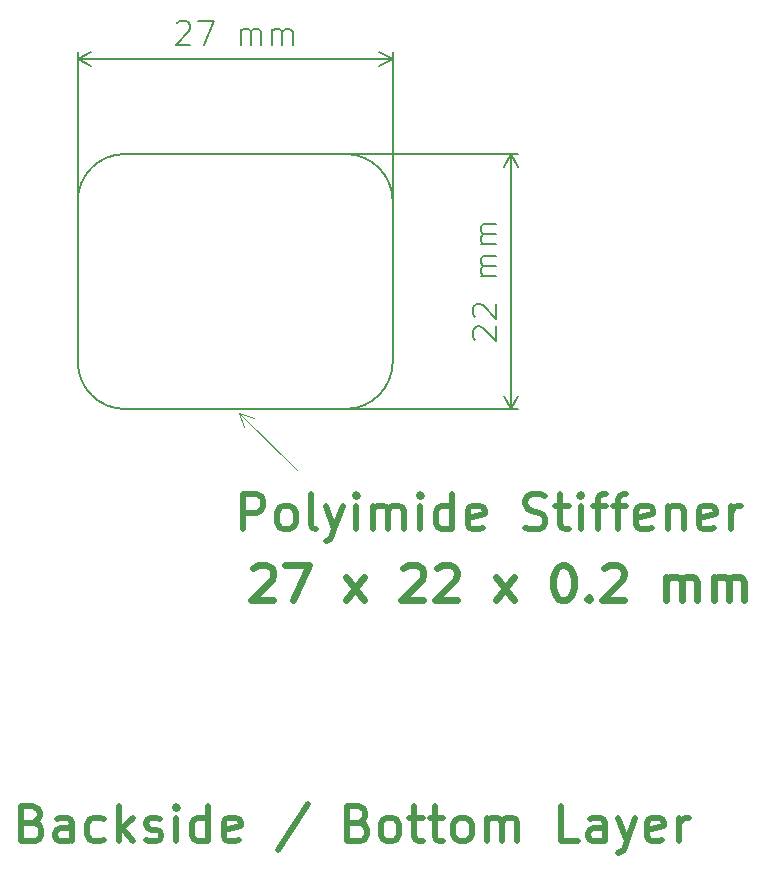
<source format=gbr>
%TF.GenerationSoftware,KiCad,Pcbnew,7.0.6*%
%TF.CreationDate,2023-10-25T13:59:20+00:00*%
%TF.ProjectId,HeatedBedFoil,48656174-6564-4426-9564-466f696c2e6b,rev?*%
%TF.SameCoordinates,Original*%
%TF.FileFunction,Other,User*%
%FSLAX46Y46*%
G04 Gerber Fmt 4.6, Leading zero omitted, Abs format (unit mm)*
G04 Created by KiCad (PCBNEW 7.0.6) date 2023-10-25 13:59:20*
%MOMM*%
%LPD*%
G01*
G04 APERTURE LIST*
%ADD10C,0.500000*%
%ADD11C,0.150000*%
%ADD12C,0.600000*%
%ADD13C,0.100000*%
G04 APERTURE END LIST*
D10*
X163043232Y-97135428D02*
X163471804Y-97278285D01*
X163471804Y-97278285D02*
X163614661Y-97421142D01*
X163614661Y-97421142D02*
X163757518Y-97706857D01*
X163757518Y-97706857D02*
X163757518Y-98135428D01*
X163757518Y-98135428D02*
X163614661Y-98421142D01*
X163614661Y-98421142D02*
X163471804Y-98564000D01*
X163471804Y-98564000D02*
X163186089Y-98706857D01*
X163186089Y-98706857D02*
X162043232Y-98706857D01*
X162043232Y-98706857D02*
X162043232Y-95706857D01*
X162043232Y-95706857D02*
X163043232Y-95706857D01*
X163043232Y-95706857D02*
X163328947Y-95849714D01*
X163328947Y-95849714D02*
X163471804Y-95992571D01*
X163471804Y-95992571D02*
X163614661Y-96278285D01*
X163614661Y-96278285D02*
X163614661Y-96564000D01*
X163614661Y-96564000D02*
X163471804Y-96849714D01*
X163471804Y-96849714D02*
X163328947Y-96992571D01*
X163328947Y-96992571D02*
X163043232Y-97135428D01*
X163043232Y-97135428D02*
X162043232Y-97135428D01*
X166328947Y-98706857D02*
X166328947Y-97135428D01*
X166328947Y-97135428D02*
X166186089Y-96849714D01*
X166186089Y-96849714D02*
X165900375Y-96706857D01*
X165900375Y-96706857D02*
X165328947Y-96706857D01*
X165328947Y-96706857D02*
X165043232Y-96849714D01*
X166328947Y-98564000D02*
X166043232Y-98706857D01*
X166043232Y-98706857D02*
X165328947Y-98706857D01*
X165328947Y-98706857D02*
X165043232Y-98564000D01*
X165043232Y-98564000D02*
X164900375Y-98278285D01*
X164900375Y-98278285D02*
X164900375Y-97992571D01*
X164900375Y-97992571D02*
X165043232Y-97706857D01*
X165043232Y-97706857D02*
X165328947Y-97564000D01*
X165328947Y-97564000D02*
X166043232Y-97564000D01*
X166043232Y-97564000D02*
X166328947Y-97421142D01*
X169043233Y-98564000D02*
X168757518Y-98706857D01*
X168757518Y-98706857D02*
X168186090Y-98706857D01*
X168186090Y-98706857D02*
X167900375Y-98564000D01*
X167900375Y-98564000D02*
X167757518Y-98421142D01*
X167757518Y-98421142D02*
X167614661Y-98135428D01*
X167614661Y-98135428D02*
X167614661Y-97278285D01*
X167614661Y-97278285D02*
X167757518Y-96992571D01*
X167757518Y-96992571D02*
X167900375Y-96849714D01*
X167900375Y-96849714D02*
X168186090Y-96706857D01*
X168186090Y-96706857D02*
X168757518Y-96706857D01*
X168757518Y-96706857D02*
X169043233Y-96849714D01*
X170328947Y-98706857D02*
X170328947Y-95706857D01*
X170614662Y-97564000D02*
X171471804Y-98706857D01*
X171471804Y-96706857D02*
X170328947Y-97849714D01*
X172614661Y-98564000D02*
X172900375Y-98706857D01*
X172900375Y-98706857D02*
X173471804Y-98706857D01*
X173471804Y-98706857D02*
X173757518Y-98564000D01*
X173757518Y-98564000D02*
X173900375Y-98278285D01*
X173900375Y-98278285D02*
X173900375Y-98135428D01*
X173900375Y-98135428D02*
X173757518Y-97849714D01*
X173757518Y-97849714D02*
X173471804Y-97706857D01*
X173471804Y-97706857D02*
X173043233Y-97706857D01*
X173043233Y-97706857D02*
X172757518Y-97564000D01*
X172757518Y-97564000D02*
X172614661Y-97278285D01*
X172614661Y-97278285D02*
X172614661Y-97135428D01*
X172614661Y-97135428D02*
X172757518Y-96849714D01*
X172757518Y-96849714D02*
X173043233Y-96706857D01*
X173043233Y-96706857D02*
X173471804Y-96706857D01*
X173471804Y-96706857D02*
X173757518Y-96849714D01*
X175186089Y-98706857D02*
X175186089Y-96706857D01*
X175186089Y-95706857D02*
X175043232Y-95849714D01*
X175043232Y-95849714D02*
X175186089Y-95992571D01*
X175186089Y-95992571D02*
X175328946Y-95849714D01*
X175328946Y-95849714D02*
X175186089Y-95706857D01*
X175186089Y-95706857D02*
X175186089Y-95992571D01*
X177900375Y-98706857D02*
X177900375Y-95706857D01*
X177900375Y-98564000D02*
X177614660Y-98706857D01*
X177614660Y-98706857D02*
X177043232Y-98706857D01*
X177043232Y-98706857D02*
X176757517Y-98564000D01*
X176757517Y-98564000D02*
X176614660Y-98421142D01*
X176614660Y-98421142D02*
X176471803Y-98135428D01*
X176471803Y-98135428D02*
X176471803Y-97278285D01*
X176471803Y-97278285D02*
X176614660Y-96992571D01*
X176614660Y-96992571D02*
X176757517Y-96849714D01*
X176757517Y-96849714D02*
X177043232Y-96706857D01*
X177043232Y-96706857D02*
X177614660Y-96706857D01*
X177614660Y-96706857D02*
X177900375Y-96849714D01*
X180471803Y-98564000D02*
X180186089Y-98706857D01*
X180186089Y-98706857D02*
X179614661Y-98706857D01*
X179614661Y-98706857D02*
X179328946Y-98564000D01*
X179328946Y-98564000D02*
X179186089Y-98278285D01*
X179186089Y-98278285D02*
X179186089Y-97135428D01*
X179186089Y-97135428D02*
X179328946Y-96849714D01*
X179328946Y-96849714D02*
X179614661Y-96706857D01*
X179614661Y-96706857D02*
X180186089Y-96706857D01*
X180186089Y-96706857D02*
X180471803Y-96849714D01*
X180471803Y-96849714D02*
X180614661Y-97135428D01*
X180614661Y-97135428D02*
X180614661Y-97421142D01*
X180614661Y-97421142D02*
X179186089Y-97706857D01*
X186328946Y-95564000D02*
X183757518Y-99421142D01*
X190614660Y-97135428D02*
X191043232Y-97278285D01*
X191043232Y-97278285D02*
X191186089Y-97421142D01*
X191186089Y-97421142D02*
X191328946Y-97706857D01*
X191328946Y-97706857D02*
X191328946Y-98135428D01*
X191328946Y-98135428D02*
X191186089Y-98421142D01*
X191186089Y-98421142D02*
X191043232Y-98564000D01*
X191043232Y-98564000D02*
X190757517Y-98706857D01*
X190757517Y-98706857D02*
X189614660Y-98706857D01*
X189614660Y-98706857D02*
X189614660Y-95706857D01*
X189614660Y-95706857D02*
X190614660Y-95706857D01*
X190614660Y-95706857D02*
X190900375Y-95849714D01*
X190900375Y-95849714D02*
X191043232Y-95992571D01*
X191043232Y-95992571D02*
X191186089Y-96278285D01*
X191186089Y-96278285D02*
X191186089Y-96564000D01*
X191186089Y-96564000D02*
X191043232Y-96849714D01*
X191043232Y-96849714D02*
X190900375Y-96992571D01*
X190900375Y-96992571D02*
X190614660Y-97135428D01*
X190614660Y-97135428D02*
X189614660Y-97135428D01*
X193043232Y-98706857D02*
X192757517Y-98564000D01*
X192757517Y-98564000D02*
X192614660Y-98421142D01*
X192614660Y-98421142D02*
X192471803Y-98135428D01*
X192471803Y-98135428D02*
X192471803Y-97278285D01*
X192471803Y-97278285D02*
X192614660Y-96992571D01*
X192614660Y-96992571D02*
X192757517Y-96849714D01*
X192757517Y-96849714D02*
X193043232Y-96706857D01*
X193043232Y-96706857D02*
X193471803Y-96706857D01*
X193471803Y-96706857D02*
X193757517Y-96849714D01*
X193757517Y-96849714D02*
X193900375Y-96992571D01*
X193900375Y-96992571D02*
X194043232Y-97278285D01*
X194043232Y-97278285D02*
X194043232Y-98135428D01*
X194043232Y-98135428D02*
X193900375Y-98421142D01*
X193900375Y-98421142D02*
X193757517Y-98564000D01*
X193757517Y-98564000D02*
X193471803Y-98706857D01*
X193471803Y-98706857D02*
X193043232Y-98706857D01*
X194900375Y-96706857D02*
X196043232Y-96706857D01*
X195328946Y-95706857D02*
X195328946Y-98278285D01*
X195328946Y-98278285D02*
X195471803Y-98564000D01*
X195471803Y-98564000D02*
X195757518Y-98706857D01*
X195757518Y-98706857D02*
X196043232Y-98706857D01*
X196614661Y-96706857D02*
X197757518Y-96706857D01*
X197043232Y-95706857D02*
X197043232Y-98278285D01*
X197043232Y-98278285D02*
X197186089Y-98564000D01*
X197186089Y-98564000D02*
X197471804Y-98706857D01*
X197471804Y-98706857D02*
X197757518Y-98706857D01*
X199186090Y-98706857D02*
X198900375Y-98564000D01*
X198900375Y-98564000D02*
X198757518Y-98421142D01*
X198757518Y-98421142D02*
X198614661Y-98135428D01*
X198614661Y-98135428D02*
X198614661Y-97278285D01*
X198614661Y-97278285D02*
X198757518Y-96992571D01*
X198757518Y-96992571D02*
X198900375Y-96849714D01*
X198900375Y-96849714D02*
X199186090Y-96706857D01*
X199186090Y-96706857D02*
X199614661Y-96706857D01*
X199614661Y-96706857D02*
X199900375Y-96849714D01*
X199900375Y-96849714D02*
X200043233Y-96992571D01*
X200043233Y-96992571D02*
X200186090Y-97278285D01*
X200186090Y-97278285D02*
X200186090Y-98135428D01*
X200186090Y-98135428D02*
X200043233Y-98421142D01*
X200043233Y-98421142D02*
X199900375Y-98564000D01*
X199900375Y-98564000D02*
X199614661Y-98706857D01*
X199614661Y-98706857D02*
X199186090Y-98706857D01*
X201471804Y-98706857D02*
X201471804Y-96706857D01*
X201471804Y-96992571D02*
X201614661Y-96849714D01*
X201614661Y-96849714D02*
X201900376Y-96706857D01*
X201900376Y-96706857D02*
X202328947Y-96706857D01*
X202328947Y-96706857D02*
X202614661Y-96849714D01*
X202614661Y-96849714D02*
X202757519Y-97135428D01*
X202757519Y-97135428D02*
X202757519Y-98706857D01*
X202757519Y-97135428D02*
X202900376Y-96849714D01*
X202900376Y-96849714D02*
X203186090Y-96706857D01*
X203186090Y-96706857D02*
X203614661Y-96706857D01*
X203614661Y-96706857D02*
X203900376Y-96849714D01*
X203900376Y-96849714D02*
X204043233Y-97135428D01*
X204043233Y-97135428D02*
X204043233Y-98706857D01*
X209186090Y-98706857D02*
X207757518Y-98706857D01*
X207757518Y-98706857D02*
X207757518Y-95706857D01*
X211471804Y-98706857D02*
X211471804Y-97135428D01*
X211471804Y-97135428D02*
X211328946Y-96849714D01*
X211328946Y-96849714D02*
X211043232Y-96706857D01*
X211043232Y-96706857D02*
X210471804Y-96706857D01*
X210471804Y-96706857D02*
X210186089Y-96849714D01*
X211471804Y-98564000D02*
X211186089Y-98706857D01*
X211186089Y-98706857D02*
X210471804Y-98706857D01*
X210471804Y-98706857D02*
X210186089Y-98564000D01*
X210186089Y-98564000D02*
X210043232Y-98278285D01*
X210043232Y-98278285D02*
X210043232Y-97992571D01*
X210043232Y-97992571D02*
X210186089Y-97706857D01*
X210186089Y-97706857D02*
X210471804Y-97564000D01*
X210471804Y-97564000D02*
X211186089Y-97564000D01*
X211186089Y-97564000D02*
X211471804Y-97421142D01*
X212614661Y-96706857D02*
X213328947Y-98706857D01*
X214043232Y-96706857D02*
X213328947Y-98706857D01*
X213328947Y-98706857D02*
X213043232Y-99421142D01*
X213043232Y-99421142D02*
X212900375Y-99564000D01*
X212900375Y-99564000D02*
X212614661Y-99706857D01*
X216328946Y-98564000D02*
X216043232Y-98706857D01*
X216043232Y-98706857D02*
X215471804Y-98706857D01*
X215471804Y-98706857D02*
X215186089Y-98564000D01*
X215186089Y-98564000D02*
X215043232Y-98278285D01*
X215043232Y-98278285D02*
X215043232Y-97135428D01*
X215043232Y-97135428D02*
X215186089Y-96849714D01*
X215186089Y-96849714D02*
X215471804Y-96706857D01*
X215471804Y-96706857D02*
X216043232Y-96706857D01*
X216043232Y-96706857D02*
X216328946Y-96849714D01*
X216328946Y-96849714D02*
X216471804Y-97135428D01*
X216471804Y-97135428D02*
X216471804Y-97421142D01*
X216471804Y-97421142D02*
X215043232Y-97706857D01*
X217757518Y-98706857D02*
X217757518Y-96706857D01*
X217757518Y-97278285D02*
X217900375Y-96992571D01*
X217900375Y-96992571D02*
X218043233Y-96849714D01*
X218043233Y-96849714D02*
X218328947Y-96706857D01*
X218328947Y-96706857D02*
X218614661Y-96706857D01*
D11*
X193500000Y-44510000D02*
X193500000Y-58100000D01*
X166830000Y-58100000D02*
G75*
G03*
X170830000Y-62100000I4000000J0D01*
G01*
X166830000Y-58100000D02*
X166830000Y-44510000D01*
X189500000Y-62100000D02*
G75*
G03*
X193500000Y-58100000I0J4000000D01*
G01*
X170830000Y-40510000D02*
X189500000Y-40510000D01*
X193500000Y-44510000D02*
G75*
G03*
X189500000Y-40510000I-4000000J0D01*
G01*
X170830000Y-40510000D02*
G75*
G03*
X166830000Y-44510000I0J-4000000D01*
G01*
X189500000Y-62100000D02*
X170830000Y-62100000D01*
D12*
X181666164Y-75587371D02*
X181809021Y-75444514D01*
X181809021Y-75444514D02*
X182094736Y-75301657D01*
X182094736Y-75301657D02*
X182809021Y-75301657D01*
X182809021Y-75301657D02*
X183094736Y-75444514D01*
X183094736Y-75444514D02*
X183237593Y-75587371D01*
X183237593Y-75587371D02*
X183380450Y-75873085D01*
X183380450Y-75873085D02*
X183380450Y-76158800D01*
X183380450Y-76158800D02*
X183237593Y-76587371D01*
X183237593Y-76587371D02*
X181523307Y-78301657D01*
X181523307Y-78301657D02*
X183380450Y-78301657D01*
X184380450Y-75301657D02*
X186380450Y-75301657D01*
X186380450Y-75301657D02*
X185094736Y-78301657D01*
X189523307Y-78301657D02*
X191094736Y-76301657D01*
X189523307Y-76301657D02*
X191094736Y-78301657D01*
X194380449Y-75587371D02*
X194523306Y-75444514D01*
X194523306Y-75444514D02*
X194809021Y-75301657D01*
X194809021Y-75301657D02*
X195523306Y-75301657D01*
X195523306Y-75301657D02*
X195809021Y-75444514D01*
X195809021Y-75444514D02*
X195951878Y-75587371D01*
X195951878Y-75587371D02*
X196094735Y-75873085D01*
X196094735Y-75873085D02*
X196094735Y-76158800D01*
X196094735Y-76158800D02*
X195951878Y-76587371D01*
X195951878Y-76587371D02*
X194237592Y-78301657D01*
X194237592Y-78301657D02*
X196094735Y-78301657D01*
X197237592Y-75587371D02*
X197380449Y-75444514D01*
X197380449Y-75444514D02*
X197666164Y-75301657D01*
X197666164Y-75301657D02*
X198380449Y-75301657D01*
X198380449Y-75301657D02*
X198666164Y-75444514D01*
X198666164Y-75444514D02*
X198809021Y-75587371D01*
X198809021Y-75587371D02*
X198951878Y-75873085D01*
X198951878Y-75873085D02*
X198951878Y-76158800D01*
X198951878Y-76158800D02*
X198809021Y-76587371D01*
X198809021Y-76587371D02*
X197094735Y-78301657D01*
X197094735Y-78301657D02*
X198951878Y-78301657D01*
X202237592Y-78301657D02*
X203809021Y-76301657D01*
X202237592Y-76301657D02*
X203809021Y-78301657D01*
X207809020Y-75301657D02*
X208094734Y-75301657D01*
X208094734Y-75301657D02*
X208380448Y-75444514D01*
X208380448Y-75444514D02*
X208523306Y-75587371D01*
X208523306Y-75587371D02*
X208666163Y-75873085D01*
X208666163Y-75873085D02*
X208809020Y-76444514D01*
X208809020Y-76444514D02*
X208809020Y-77158800D01*
X208809020Y-77158800D02*
X208666163Y-77730228D01*
X208666163Y-77730228D02*
X208523306Y-78015942D01*
X208523306Y-78015942D02*
X208380448Y-78158800D01*
X208380448Y-78158800D02*
X208094734Y-78301657D01*
X208094734Y-78301657D02*
X207809020Y-78301657D01*
X207809020Y-78301657D02*
X207523306Y-78158800D01*
X207523306Y-78158800D02*
X207380448Y-78015942D01*
X207380448Y-78015942D02*
X207237591Y-77730228D01*
X207237591Y-77730228D02*
X207094734Y-77158800D01*
X207094734Y-77158800D02*
X207094734Y-76444514D01*
X207094734Y-76444514D02*
X207237591Y-75873085D01*
X207237591Y-75873085D02*
X207380448Y-75587371D01*
X207380448Y-75587371D02*
X207523306Y-75444514D01*
X207523306Y-75444514D02*
X207809020Y-75301657D01*
X210094734Y-78015942D02*
X210237591Y-78158800D01*
X210237591Y-78158800D02*
X210094734Y-78301657D01*
X210094734Y-78301657D02*
X209951877Y-78158800D01*
X209951877Y-78158800D02*
X210094734Y-78015942D01*
X210094734Y-78015942D02*
X210094734Y-78301657D01*
X211380448Y-75587371D02*
X211523305Y-75444514D01*
X211523305Y-75444514D02*
X211809020Y-75301657D01*
X211809020Y-75301657D02*
X212523305Y-75301657D01*
X212523305Y-75301657D02*
X212809020Y-75444514D01*
X212809020Y-75444514D02*
X212951877Y-75587371D01*
X212951877Y-75587371D02*
X213094734Y-75873085D01*
X213094734Y-75873085D02*
X213094734Y-76158800D01*
X213094734Y-76158800D02*
X212951877Y-76587371D01*
X212951877Y-76587371D02*
X211237591Y-78301657D01*
X211237591Y-78301657D02*
X213094734Y-78301657D01*
X216666162Y-78301657D02*
X216666162Y-76301657D01*
X216666162Y-76587371D02*
X216809019Y-76444514D01*
X216809019Y-76444514D02*
X217094734Y-76301657D01*
X217094734Y-76301657D02*
X217523305Y-76301657D01*
X217523305Y-76301657D02*
X217809019Y-76444514D01*
X217809019Y-76444514D02*
X217951877Y-76730228D01*
X217951877Y-76730228D02*
X217951877Y-78301657D01*
X217951877Y-76730228D02*
X218094734Y-76444514D01*
X218094734Y-76444514D02*
X218380448Y-76301657D01*
X218380448Y-76301657D02*
X218809019Y-76301657D01*
X218809019Y-76301657D02*
X219094734Y-76444514D01*
X219094734Y-76444514D02*
X219237591Y-76730228D01*
X219237591Y-76730228D02*
X219237591Y-78301657D01*
X220666162Y-78301657D02*
X220666162Y-76301657D01*
X220666162Y-76587371D02*
X220809019Y-76444514D01*
X220809019Y-76444514D02*
X221094734Y-76301657D01*
X221094734Y-76301657D02*
X221523305Y-76301657D01*
X221523305Y-76301657D02*
X221809019Y-76444514D01*
X221809019Y-76444514D02*
X221951877Y-76730228D01*
X221951877Y-76730228D02*
X221951877Y-78301657D01*
X221951877Y-76730228D02*
X222094734Y-76444514D01*
X222094734Y-76444514D02*
X222380448Y-76301657D01*
X222380448Y-76301657D02*
X222809019Y-76301657D01*
X222809019Y-76301657D02*
X223094734Y-76444514D01*
X223094734Y-76444514D02*
X223237591Y-76730228D01*
X223237591Y-76730228D02*
X223237591Y-78301657D01*
D11*
X200457914Y-56257381D02*
X200362676Y-56162143D01*
X200362676Y-56162143D02*
X200267438Y-55971667D01*
X200267438Y-55971667D02*
X200267438Y-55495476D01*
X200267438Y-55495476D02*
X200362676Y-55305000D01*
X200362676Y-55305000D02*
X200457914Y-55209762D01*
X200457914Y-55209762D02*
X200648390Y-55114524D01*
X200648390Y-55114524D02*
X200838866Y-55114524D01*
X200838866Y-55114524D02*
X201124580Y-55209762D01*
X201124580Y-55209762D02*
X202267438Y-56352619D01*
X202267438Y-56352619D02*
X202267438Y-55114524D01*
X200457914Y-54352619D02*
X200362676Y-54257381D01*
X200362676Y-54257381D02*
X200267438Y-54066905D01*
X200267438Y-54066905D02*
X200267438Y-53590714D01*
X200267438Y-53590714D02*
X200362676Y-53400238D01*
X200362676Y-53400238D02*
X200457914Y-53305000D01*
X200457914Y-53305000D02*
X200648390Y-53209762D01*
X200648390Y-53209762D02*
X200838866Y-53209762D01*
X200838866Y-53209762D02*
X201124580Y-53305000D01*
X201124580Y-53305000D02*
X202267438Y-54447857D01*
X202267438Y-54447857D02*
X202267438Y-53209762D01*
X202267438Y-50828809D02*
X200934104Y-50828809D01*
X201124580Y-50828809D02*
X201029342Y-50733571D01*
X201029342Y-50733571D02*
X200934104Y-50543095D01*
X200934104Y-50543095D02*
X200934104Y-50257380D01*
X200934104Y-50257380D02*
X201029342Y-50066904D01*
X201029342Y-50066904D02*
X201219819Y-49971666D01*
X201219819Y-49971666D02*
X202267438Y-49971666D01*
X201219819Y-49971666D02*
X201029342Y-49876428D01*
X201029342Y-49876428D02*
X200934104Y-49685952D01*
X200934104Y-49685952D02*
X200934104Y-49400238D01*
X200934104Y-49400238D02*
X201029342Y-49209761D01*
X201029342Y-49209761D02*
X201219819Y-49114523D01*
X201219819Y-49114523D02*
X202267438Y-49114523D01*
X202267438Y-48162142D02*
X200934104Y-48162142D01*
X201124580Y-48162142D02*
X201029342Y-48066904D01*
X201029342Y-48066904D02*
X200934104Y-47876428D01*
X200934104Y-47876428D02*
X200934104Y-47590713D01*
X200934104Y-47590713D02*
X201029342Y-47400237D01*
X201029342Y-47400237D02*
X201219819Y-47304999D01*
X201219819Y-47304999D02*
X202267438Y-47304999D01*
X201219819Y-47304999D02*
X201029342Y-47209761D01*
X201029342Y-47209761D02*
X200934104Y-47019285D01*
X200934104Y-47019285D02*
X200934104Y-46733571D01*
X200934104Y-46733571D02*
X201029342Y-46543094D01*
X201029342Y-46543094D02*
X201219819Y-46447856D01*
X201219819Y-46447856D02*
X202267438Y-46447856D01*
X180665000Y-40510000D02*
X204086420Y-40510000D01*
X180665000Y-62100000D02*
X204086420Y-62100000D01*
X203500000Y-40510000D02*
X203500000Y-62100000D01*
X203500000Y-40510000D02*
X203500000Y-62100000D01*
X203500000Y-40510000D02*
X204086421Y-41636504D01*
X203500000Y-40510000D02*
X202913579Y-41636504D01*
X203500000Y-62100000D02*
X202913579Y-60973496D01*
X203500000Y-62100000D02*
X204086421Y-60973496D01*
X175212618Y-29457914D02*
X175307856Y-29362676D01*
X175307856Y-29362676D02*
X175498332Y-29267438D01*
X175498332Y-29267438D02*
X175974523Y-29267438D01*
X175974523Y-29267438D02*
X176164999Y-29362676D01*
X176164999Y-29362676D02*
X176260237Y-29457914D01*
X176260237Y-29457914D02*
X176355475Y-29648390D01*
X176355475Y-29648390D02*
X176355475Y-29838866D01*
X176355475Y-29838866D02*
X176260237Y-30124580D01*
X176260237Y-30124580D02*
X175117380Y-31267438D01*
X175117380Y-31267438D02*
X176355475Y-31267438D01*
X177022142Y-29267438D02*
X178355475Y-29267438D01*
X178355475Y-29267438D02*
X177498332Y-31267438D01*
X180641190Y-31267438D02*
X180641190Y-29934104D01*
X180641190Y-30124580D02*
X180736428Y-30029342D01*
X180736428Y-30029342D02*
X180926904Y-29934104D01*
X180926904Y-29934104D02*
X181212619Y-29934104D01*
X181212619Y-29934104D02*
X181403095Y-30029342D01*
X181403095Y-30029342D02*
X181498333Y-30219819D01*
X181498333Y-30219819D02*
X181498333Y-31267438D01*
X181498333Y-30219819D02*
X181593571Y-30029342D01*
X181593571Y-30029342D02*
X181784047Y-29934104D01*
X181784047Y-29934104D02*
X182069761Y-29934104D01*
X182069761Y-29934104D02*
X182260238Y-30029342D01*
X182260238Y-30029342D02*
X182355476Y-30219819D01*
X182355476Y-30219819D02*
X182355476Y-31267438D01*
X183307857Y-31267438D02*
X183307857Y-29934104D01*
X183307857Y-30124580D02*
X183403095Y-30029342D01*
X183403095Y-30029342D02*
X183593571Y-29934104D01*
X183593571Y-29934104D02*
X183879286Y-29934104D01*
X183879286Y-29934104D02*
X184069762Y-30029342D01*
X184069762Y-30029342D02*
X184165000Y-30219819D01*
X184165000Y-30219819D02*
X184165000Y-31267438D01*
X184165000Y-30219819D02*
X184260238Y-30029342D01*
X184260238Y-30029342D02*
X184450714Y-29934104D01*
X184450714Y-29934104D02*
X184736428Y-29934104D01*
X184736428Y-29934104D02*
X184926905Y-30029342D01*
X184926905Y-30029342D02*
X185022143Y-30219819D01*
X185022143Y-30219819D02*
X185022143Y-31267438D01*
X166830000Y-50805000D02*
X166830000Y-31913580D01*
X193500000Y-50805000D02*
X193500000Y-31913580D01*
X166830000Y-32500000D02*
X193500000Y-32500000D01*
X166830000Y-32500000D02*
X193500000Y-32500000D01*
X166830000Y-32500000D02*
X167956504Y-31913579D01*
X166830000Y-32500000D02*
X167956504Y-33086421D01*
X193500000Y-32500000D02*
X192373496Y-33086421D01*
X193500000Y-32500000D02*
X192373496Y-31913579D01*
D10*
X180842856Y-72296857D02*
X180842856Y-69296857D01*
X180842856Y-69296857D02*
X181985713Y-69296857D01*
X181985713Y-69296857D02*
X182271428Y-69439714D01*
X182271428Y-69439714D02*
X182414285Y-69582571D01*
X182414285Y-69582571D02*
X182557142Y-69868285D01*
X182557142Y-69868285D02*
X182557142Y-70296857D01*
X182557142Y-70296857D02*
X182414285Y-70582571D01*
X182414285Y-70582571D02*
X182271428Y-70725428D01*
X182271428Y-70725428D02*
X181985713Y-70868285D01*
X181985713Y-70868285D02*
X180842856Y-70868285D01*
X184271428Y-72296857D02*
X183985713Y-72154000D01*
X183985713Y-72154000D02*
X183842856Y-72011142D01*
X183842856Y-72011142D02*
X183699999Y-71725428D01*
X183699999Y-71725428D02*
X183699999Y-70868285D01*
X183699999Y-70868285D02*
X183842856Y-70582571D01*
X183842856Y-70582571D02*
X183985713Y-70439714D01*
X183985713Y-70439714D02*
X184271428Y-70296857D01*
X184271428Y-70296857D02*
X184699999Y-70296857D01*
X184699999Y-70296857D02*
X184985713Y-70439714D01*
X184985713Y-70439714D02*
X185128571Y-70582571D01*
X185128571Y-70582571D02*
X185271428Y-70868285D01*
X185271428Y-70868285D02*
X185271428Y-71725428D01*
X185271428Y-71725428D02*
X185128571Y-72011142D01*
X185128571Y-72011142D02*
X184985713Y-72154000D01*
X184985713Y-72154000D02*
X184699999Y-72296857D01*
X184699999Y-72296857D02*
X184271428Y-72296857D01*
X186985714Y-72296857D02*
X186699999Y-72154000D01*
X186699999Y-72154000D02*
X186557142Y-71868285D01*
X186557142Y-71868285D02*
X186557142Y-69296857D01*
X187842857Y-70296857D02*
X188557143Y-72296857D01*
X189271428Y-70296857D02*
X188557143Y-72296857D01*
X188557143Y-72296857D02*
X188271428Y-73011142D01*
X188271428Y-73011142D02*
X188128571Y-73154000D01*
X188128571Y-73154000D02*
X187842857Y-73296857D01*
X190414285Y-72296857D02*
X190414285Y-70296857D01*
X190414285Y-69296857D02*
X190271428Y-69439714D01*
X190271428Y-69439714D02*
X190414285Y-69582571D01*
X190414285Y-69582571D02*
X190557142Y-69439714D01*
X190557142Y-69439714D02*
X190414285Y-69296857D01*
X190414285Y-69296857D02*
X190414285Y-69582571D01*
X191842856Y-72296857D02*
X191842856Y-70296857D01*
X191842856Y-70582571D02*
X191985713Y-70439714D01*
X191985713Y-70439714D02*
X192271428Y-70296857D01*
X192271428Y-70296857D02*
X192699999Y-70296857D01*
X192699999Y-70296857D02*
X192985713Y-70439714D01*
X192985713Y-70439714D02*
X193128571Y-70725428D01*
X193128571Y-70725428D02*
X193128571Y-72296857D01*
X193128571Y-70725428D02*
X193271428Y-70439714D01*
X193271428Y-70439714D02*
X193557142Y-70296857D01*
X193557142Y-70296857D02*
X193985713Y-70296857D01*
X193985713Y-70296857D02*
X194271428Y-70439714D01*
X194271428Y-70439714D02*
X194414285Y-70725428D01*
X194414285Y-70725428D02*
X194414285Y-72296857D01*
X195842856Y-72296857D02*
X195842856Y-70296857D01*
X195842856Y-69296857D02*
X195699999Y-69439714D01*
X195699999Y-69439714D02*
X195842856Y-69582571D01*
X195842856Y-69582571D02*
X195985713Y-69439714D01*
X195985713Y-69439714D02*
X195842856Y-69296857D01*
X195842856Y-69296857D02*
X195842856Y-69582571D01*
X198557142Y-72296857D02*
X198557142Y-69296857D01*
X198557142Y-72154000D02*
X198271427Y-72296857D01*
X198271427Y-72296857D02*
X197699999Y-72296857D01*
X197699999Y-72296857D02*
X197414284Y-72154000D01*
X197414284Y-72154000D02*
X197271427Y-72011142D01*
X197271427Y-72011142D02*
X197128570Y-71725428D01*
X197128570Y-71725428D02*
X197128570Y-70868285D01*
X197128570Y-70868285D02*
X197271427Y-70582571D01*
X197271427Y-70582571D02*
X197414284Y-70439714D01*
X197414284Y-70439714D02*
X197699999Y-70296857D01*
X197699999Y-70296857D02*
X198271427Y-70296857D01*
X198271427Y-70296857D02*
X198557142Y-70439714D01*
X201128570Y-72154000D02*
X200842856Y-72296857D01*
X200842856Y-72296857D02*
X200271428Y-72296857D01*
X200271428Y-72296857D02*
X199985713Y-72154000D01*
X199985713Y-72154000D02*
X199842856Y-71868285D01*
X199842856Y-71868285D02*
X199842856Y-70725428D01*
X199842856Y-70725428D02*
X199985713Y-70439714D01*
X199985713Y-70439714D02*
X200271428Y-70296857D01*
X200271428Y-70296857D02*
X200842856Y-70296857D01*
X200842856Y-70296857D02*
X201128570Y-70439714D01*
X201128570Y-70439714D02*
X201271428Y-70725428D01*
X201271428Y-70725428D02*
X201271428Y-71011142D01*
X201271428Y-71011142D02*
X199842856Y-71296857D01*
X204699999Y-72154000D02*
X205128571Y-72296857D01*
X205128571Y-72296857D02*
X205842856Y-72296857D01*
X205842856Y-72296857D02*
X206128571Y-72154000D01*
X206128571Y-72154000D02*
X206271428Y-72011142D01*
X206271428Y-72011142D02*
X206414285Y-71725428D01*
X206414285Y-71725428D02*
X206414285Y-71439714D01*
X206414285Y-71439714D02*
X206271428Y-71154000D01*
X206271428Y-71154000D02*
X206128571Y-71011142D01*
X206128571Y-71011142D02*
X205842856Y-70868285D01*
X205842856Y-70868285D02*
X205271428Y-70725428D01*
X205271428Y-70725428D02*
X204985713Y-70582571D01*
X204985713Y-70582571D02*
X204842856Y-70439714D01*
X204842856Y-70439714D02*
X204699999Y-70154000D01*
X204699999Y-70154000D02*
X204699999Y-69868285D01*
X204699999Y-69868285D02*
X204842856Y-69582571D01*
X204842856Y-69582571D02*
X204985713Y-69439714D01*
X204985713Y-69439714D02*
X205271428Y-69296857D01*
X205271428Y-69296857D02*
X205985713Y-69296857D01*
X205985713Y-69296857D02*
X206414285Y-69439714D01*
X207271428Y-70296857D02*
X208414285Y-70296857D01*
X207699999Y-69296857D02*
X207699999Y-71868285D01*
X207699999Y-71868285D02*
X207842856Y-72154000D01*
X207842856Y-72154000D02*
X208128571Y-72296857D01*
X208128571Y-72296857D02*
X208414285Y-72296857D01*
X209414285Y-72296857D02*
X209414285Y-70296857D01*
X209414285Y-69296857D02*
X209271428Y-69439714D01*
X209271428Y-69439714D02*
X209414285Y-69582571D01*
X209414285Y-69582571D02*
X209557142Y-69439714D01*
X209557142Y-69439714D02*
X209414285Y-69296857D01*
X209414285Y-69296857D02*
X209414285Y-69582571D01*
X210414285Y-70296857D02*
X211557142Y-70296857D01*
X210842856Y-72296857D02*
X210842856Y-69725428D01*
X210842856Y-69725428D02*
X210985713Y-69439714D01*
X210985713Y-69439714D02*
X211271428Y-69296857D01*
X211271428Y-69296857D02*
X211557142Y-69296857D01*
X212128571Y-70296857D02*
X213271428Y-70296857D01*
X212557142Y-72296857D02*
X212557142Y-69725428D01*
X212557142Y-69725428D02*
X212699999Y-69439714D01*
X212699999Y-69439714D02*
X212985714Y-69296857D01*
X212985714Y-69296857D02*
X213271428Y-69296857D01*
X215414285Y-72154000D02*
X215128571Y-72296857D01*
X215128571Y-72296857D02*
X214557143Y-72296857D01*
X214557143Y-72296857D02*
X214271428Y-72154000D01*
X214271428Y-72154000D02*
X214128571Y-71868285D01*
X214128571Y-71868285D02*
X214128571Y-70725428D01*
X214128571Y-70725428D02*
X214271428Y-70439714D01*
X214271428Y-70439714D02*
X214557143Y-70296857D01*
X214557143Y-70296857D02*
X215128571Y-70296857D01*
X215128571Y-70296857D02*
X215414285Y-70439714D01*
X215414285Y-70439714D02*
X215557143Y-70725428D01*
X215557143Y-70725428D02*
X215557143Y-71011142D01*
X215557143Y-71011142D02*
X214128571Y-71296857D01*
X216842857Y-70296857D02*
X216842857Y-72296857D01*
X216842857Y-70582571D02*
X216985714Y-70439714D01*
X216985714Y-70439714D02*
X217271429Y-70296857D01*
X217271429Y-70296857D02*
X217700000Y-70296857D01*
X217700000Y-70296857D02*
X217985714Y-70439714D01*
X217985714Y-70439714D02*
X218128572Y-70725428D01*
X218128572Y-70725428D02*
X218128572Y-72296857D01*
X220700000Y-72154000D02*
X220414286Y-72296857D01*
X220414286Y-72296857D02*
X219842858Y-72296857D01*
X219842858Y-72296857D02*
X219557143Y-72154000D01*
X219557143Y-72154000D02*
X219414286Y-71868285D01*
X219414286Y-71868285D02*
X219414286Y-70725428D01*
X219414286Y-70725428D02*
X219557143Y-70439714D01*
X219557143Y-70439714D02*
X219842858Y-70296857D01*
X219842858Y-70296857D02*
X220414286Y-70296857D01*
X220414286Y-70296857D02*
X220700000Y-70439714D01*
X220700000Y-70439714D02*
X220842858Y-70725428D01*
X220842858Y-70725428D02*
X220842858Y-71011142D01*
X220842858Y-71011142D02*
X219414286Y-71296857D01*
X222128572Y-72296857D02*
X222128572Y-70296857D01*
X222128572Y-70868285D02*
X222271429Y-70582571D01*
X222271429Y-70582571D02*
X222414287Y-70439714D01*
X222414287Y-70439714D02*
X222700001Y-70296857D01*
X222700001Y-70296857D02*
X222985715Y-70296857D01*
D13*
X180518553Y-62453553D02*
X185367500Y-67302500D01*
X180518553Y-62453553D02*
X181729774Y-62835449D01*
X180518553Y-62453553D02*
X180900449Y-63664774D01*
X180518553Y-62453553D02*
X185367500Y-67302500D01*
X180518553Y-62453553D02*
X181729774Y-62835449D01*
X180518553Y-62453553D02*
X180900449Y-63664774D01*
M02*

</source>
